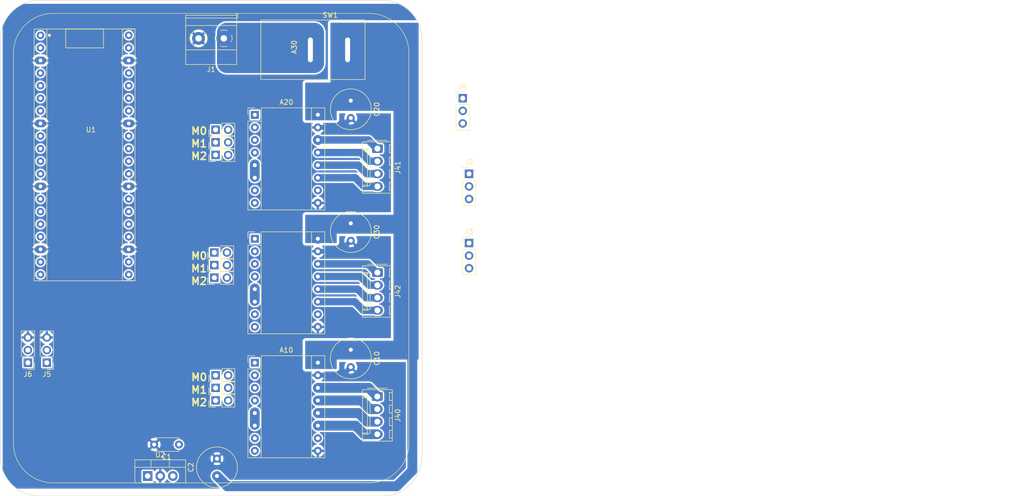
<source format=kicad_pcb>
(kicad_pcb (version 20221018) (generator pcbnew)
  (layers (0 "F.Cu" jumper) (31 "B.Cu" mixed) (34 "B.Paste" user) (35 "F.Paste" user) (36 "B.SilkS" user "B.Silkscreen") (37 "F.SilkS" user "F.Silkscreen") (38 "B.Mask" user) (39 "F.Mask" user) (44 "Edge.Cuts" user))
  (net 0 "")
  (net 2 "/A10_M0")
  (net 3 "/A10_M1")
  (net 4 "/A10_M2")
  (net 5 "/Step_A2")
  (net 6 "/Dir_A2")
  (net 7 "GND")
  (net 8 "/S1_A2")
  (net 9 "/S1_A1")
  (net 10 "/S1_B1")
  (net 11 "/S1_B2")
  (net 12 "+24V")
  (net 14 "/A20_M0")
  (net 15 "/A20_M1")
  (net 16 "/Step_A3")
  (net 17 "/Dir_A3")
  (net 18 "/A20_M2")
  (net 20 "/S2_A2")
  (net 21 "/S2_A1")
  (net 22 "/S2_B1")
  (net 23 "+5V")
  (net 24 "Net-(J1-Pin_1)")
  (net 28 "/GP0")
  (net 29 "/GP1")
  (net 30 "/GP2")
  (net 31 "/GP3")
  (net 32 "/GP4")
  (net 33 "/GP5")
  (net 34 "/GP6")
  (net 35 "/GP7")
  (net 36 "/GP8")
  (net 37 "/GP9")
  (net 38 "/GP10")
  (net 39 "/GP11")
  (net 40 "/GP12")
  (net 41 "/GP13")
  (net 42 "/GP14")
  (net 43 "/GP15")
  (net 44 "/GP18")
  (net 45 "/GP17")
  (net 46 "/GP19")
  (net 47 "/GP20")
  (net 48 "/GP21")
  (net 49 "/GP22")
  (net 50 "/ADC0")
  (net 51 "/ADC1")
  (net 52 "/ADC2")
  (net 53 "/ADC_REF")
  (net 54 "/S2_B2")
  (net 56 "/Step_A1")
  (net 57 "/Dir_A1")
  (net 58 "/A30_M0")
  (net 59 "/A30_M1")
  (net 60 "/A30_M2")
  (net 61 "/S3_A2")
  (net 62 "/S3_A1")
  (net 63 "/S3_B1")
  (net 64 "/S3_B2")
  (net 65 "/Fault_1")
  (net 66 "/Fault_2")
  (net 67 "/Fault_3")
  (net 68 "/Servo_1")
  (net 69 "/Servo_2")
  (footprint "Package_TO_SOT_THT:TO-220-3_Vertical" (layer "F.Cu") (at 139.7 140.97)
    (fp_text reference "U2" (at 2.54 -4.27) (layer "F.SilkS"))
    (fp_text value "LM7805_TO220")
    (pad "1" thru_hole rect (at 0 0) (size 1.905 2) (drill 1.1) (layers "*.Cu" "*.Mask") (net 12 "+24V"))
    (pad "2" thru_hole oval (at 2.54 0) (size 1.905 2) (drill 1.1) (layers "*.Cu" "*.Mask") (net 7 "GND"))
    (pad "3" thru_hole oval (at 5.08 0) (size 1.905 2) (drill 1.1) (layers "*.Cu" "*.Mask") (net 23 "+5V"))
  )
  (footprint "Connector_PinHeader_2.54mm:PinHeader_1x03_P2.54mm_Vertical" (layer "F.Cu") (at 115.57 118.11 180)
    (fp_text reference "J6" (at 0 -2.33) (layer "F.SilkS"))
    (fp_text value "Arm_2")
    (pad "1" thru_hole rect (at 0 0 180) (size 1.7 1.7) (drill 1) (layers "*.Cu" "*.Mask") (net 23 "+5V"))
    (pad "2" thru_hole oval (at 0 2.54 180) (size 1.7 1.7) (drill 1) (layers "*.Cu" "*.Mask") (net 50 "/ADC0"))
    (pad "3" thru_hole oval (at 0 5.08 180) (size 1.7 1.7) (drill 1) (layers "*.Cu" "*.Mask") (net 7 "GND"))
  )
  (footprint "Connector_PinHeader_2.54mm:PinHeader_1x02_P2.54mm_Vertical" (layer "F.Cu") (at 153.145 98.425 90)
    (fp_text reference "J31" hide)
    (fp_text value "M1_A3" hide)
    (pad "1" thru_hole rect (at 0 0 90) (size 1.7 1.7) (drill 1) (layers "*.Cu" "*.Mask") (net 23 "+5V"))
    (pad "2" thru_hole oval (at 0 2.54 90) (size 1.7 1.7) (drill 1) (layers "*.Cu" "*.Mask") (net 59 "/A30_M1"))
  )
  (footprint "Connector_PinHeader_2.54mm:PinHeader_1x02_P2.54mm_Vertical" (layer "F.Cu") (at 153.39 123.19 90)
    (fp_text reference "J11" hide)
    (fp_text value "M1_A1" hide)
    (pad "1" thru_hole rect (at 0 0 90) (size 1.7 1.7) (drill 1) (layers "*.Cu" "*.Mask") (net 23 "+5V"))
    (pad "2" thru_hole oval (at 0 2.54 90) (size 1.7 1.7) (drill 1) (layers "*.Cu" "*.Mask") (net 3 "/A10_M1"))
  )
  (footprint "Connector_Molex:Molex_KK-254_AE-6410-04A_1x04_P2.54mm_Vertical" (layer "F.Cu") (at 186 99.93 -90)
    (fp_text reference "J42" (at 3.81 -4.12 -90) (layer "F.SilkS"))
    (fp_text value "S3_conn")
    (pad "1" thru_hole roundrect (at 0 0 270) (size 1.74 2.19) (drill 1.19) (layers "*.Cu" "*.Mask") (roundrect_rratio 0.143678) (net 64 "/S3_B2"))
    (pad "2" thru_hole oval (at 2.54 0 270) (size 1.74 2.19) (drill 1.19) (layers "*.Cu" "*.Mask") (net 63 "/S3_B1"))
    (pad "3" thru_hole oval (at 5.08 0 270) (size 1.74 2.19) (drill 1.19) (layers "*.Cu" "*.Mask") (net 62 "/S3_A1"))
    (pad "4" thru_hole oval (at 7.62 0 270) (size 1.74 2.19) (drill 1.19) (layers "*.Cu" "*.Mask") (net 61 "/S3_A2"))
  )
  (footprint "Connector_PinHeader_2.54mm:PinHeader_1x03_P2.54mm_Vertical" (layer "F.Cu") (at 204.47 80.01)
    (fp_text reference "J2" (at 0 -2.33) (layer "F.SilkS"))
    (fp_text value "Servo_1")
    (pad "1" thru_hole rect (at 0 0) (size 1.7 1.7) (drill 1) (layers "*.Cu" "*.Mask") (net 23 "+5V"))
    (pad "2" thru_hole oval (at 0 2.54) (size 1.7 1.7) (drill 1) (layers "*.Cu" "*.Mask") (net 68 "/Servo_1"))
    (pad "3" thru_hole oval (at 0 5.08) (size 1.7 1.7) (drill 1) (layers "*.Cu" "*.Mask") (net 7 "GND"))
  )
  (footprint "Module:Pololu_Breakout-16_15.2x20.3mm" (layer "F.Cu") (at 161.3 93.11)
    (fp_text reference "A30" (at 7.93 -38.66 90) (layer "F.SilkS"))
    (fp_text value "Breakout_DRV8825")
    (pad "1" thru_hole rect (at 0 0) (size 1.6 1.6) (drill 0.8) (layers "*.Cu" "*.Mask"))
    (pad "2" thru_hole oval (at 0 2.54) (size 1.6 1.6) (drill 0.8) (layers "*.Cu" "*.Mask") (net 58 "/A30_M0"))
    (pad "3" thru_hole oval (at 0 5.08) (size 1.6 1.6) (drill 0.8) (layers "*.Cu" "*.Mask") (net 59 "/A30_M1"))
    (pad "4" thru_hole oval (at 0 7.62) (size 1.6 1.6) (drill 0.8) (layers "*.Cu" "*.Mask") (net 60 "/A30_M2"))
    (pad "5" thru_hole oval (at 0 10.16) (size 1.6 1.6) (drill 0.8) (layers "*.Cu" "*.Mask") (net 23 "+5V"))
    (pad "6" thru_hole oval (at 0 12.7) (size 1.6 1.6) (drill 0.8) (layers "*.Cu" "*.Mask") (net 23 "+5V"))
    (pad "7" thru_hole oval (at 0 15.24) (size 1.6 1.6) (drill 0.8) (layers "*.Cu" "*.Mask") (net 16 "/Step_A3"))
    (pad "8" thru_hole oval (at 0 17.78) (size 1.6 1.6) (drill 0.8) (layers "*.Cu" "*.Mask") (net 17 "/Dir_A3"))
    (pad "9" thru_hole oval (at 12.7 17.78) (size 1.6 1.6) (drill 0.8) (layers "*.Cu" "*.Mask") (net 7 "GND"))
    (pad "10" thru_hole oval (at 12.7 15.24) (size 1.6 1.6) (drill 0.8) (layers "*.Cu" "*.Mask") (net 67 "/Fault_3"))
    (pad "11" thru_hole oval (at 12.7 12.7) (size 1.6 1.6) (drill 0.8) (layers "*.Cu" "*.Mask") (net 61 "/S3_A2"))
    (pad "12" thru_hole oval (at 12.7 10.16) (size 1.6 1.6) (drill 0.8) (layers "*.Cu" "*.Mask") (net 62 "/S3_A1"))
    (pad "13" thru_hole oval (at 12.7 7.62) (size 1.6 1.6) (drill 0.8) (layers "*.Cu" "*.Mask") (net 63 "/S3_B1"))
    (pad "14" thru_hole oval (at 12.7 5.08) (size 1.6 1.6) (drill 0.8) (layers "*.Cu" "*.Mask") (net 64 "/S3_B2"))
    (pad "15" thru_hole oval (at 12.7 2.54) (size 1.6 1.6) (drill 0.8) (layers "*.Cu" "*.Mask") (net 7 "GND"))
    (pad "16" thru_hole oval (at 12.7 0) (size 1.6 1.6) (drill 0.8) (layers "*.Cu" "*.Mask") (net 12 "+24V"))
  )
  (footprint "Connector_Molex:Molex_KK-254_AE-6410-04A_1x04_P2.54mm_Vertical" (layer "F.Cu") (at 186 74.93 -90)
    (fp_text reference "J41" (at 3.81 -4.12 -90) (layer "F.SilkS"))
    (fp_text value "S2_conn")
    (pad "1" thru_hole roundrect (at 0 0 270) (size 1.74 2.19) (drill 1.19) (layers "*.Cu" "*.Mask") (roundrect_rratio 0.143678) (net 54 "/S2_B2"))
    (pad "2" thru_hole oval (at 2.54 0 270) (size 1.74 2.19) (drill 1.19) (layers "*.Cu" "*.Mask") (net 22 "/S2_B1"))
    (pad "3" thru_hole oval (at 5.08 0 270) (size 1.74 2.19) (drill 1.19) (layers "*.Cu" "*.Mask") (net 21 "/S2_A1"))
    (pad "4" thru_hole oval (at 7.62 0 270) (size 1.74 2.19) (drill 1.19) (layers "*.Cu" "*.Mask") (net 20 "/S2_A2"))
  )
  (footprint "Connector_PinHeader_2.54mm:PinHeader_1x02_P2.54mm_Vertical" (layer "F.Cu") (at 153.39 71.12 90)
    (fp_text reference "J20" hide)
    (fp_text value "M0_A2" hide)
    (pad "1" thru_hole rect (at 0 0 90) (size 1.7 1.7) (drill 1) (layers "*.Cu" "*.Mask") (net 23 "+5V"))
    (pad "2" thru_hole oval (at 0 2.54 90) (size 1.7 1.7) (drill 1) (layers "*.Cu" "*.Mask") (net 14 "/A20_M0"))
  )
  (footprint "Connector_PinHeader_2.54mm:PinHeader_1x03_P2.54mm_Vertical" (layer "F.Cu") (at 119.38 118.11 180)
    (fp_text reference "J5" (at 0 -2.33) (layer "F.SilkS"))
    (fp_text value "Arm_1")
    (pad "1" thru_hole rect (at 0 0 180) (size 1.7 1.7) (drill 1) (layers "*.Cu" "*.Mask") (net 23 "+5V"))
    (pad "2" thru_hole oval (at 0 2.54 180) (size 1.7 1.7) (drill 1) (layers "*.Cu" "*.Mask") (net 51 "/ADC1"))
    (pad "3" thru_hole oval (at 0 5.08 180) (size 1.7 1.7) (drill 1) (layers "*.Cu" "*.Mask") (net 7 "GND"))
  )
  (footprint "Connector_PinHeader_2.54mm:PinHeader_1x02_P2.54mm_Vertical" (layer "F.Cu") (at 153.145 100.965 90)
    (fp_text reference "J32" hide)
    (fp_text value "M2_A3" hide)
    (pad "1" thru_hole rect (at 0 0 90) (size 1.7 1.7) (drill 1) (layers "*.Cu" "*.Mask") (net 23 "+5V"))
    (pad "2" thru_hole oval (at 0 2.54 90) (size 1.7 1.7) (drill 1) (layers "*.Cu" "*.Mask") (net 60 "/A30_M2"))
  )
  (footprint "Connector_PinHeader_2.54mm:PinHeader_1x02_P2.54mm_Vertical" (layer "F.Cu") (at 153.39 120.65 90)
    (fp_text reference "J10" hide)
    (fp_text value "M0_A1" hide)
    (pad "1" thru_hole rect (at 0 0 90) (size 1.7 1.7) (drill 1) (layers "*.Cu" "*.Mask") (net 23 "+5V"))
    (pad "2" thru_hole oval (at 0 2.54 90) (size 1.7 1.7) (drill 1) (layers "*.Cu" "*.Mask") (net 2 "/A10_M0"))
  )
  (footprint "TerminalBlock_Phoenix:TerminalBlock_Phoenix_MKDS-1,5-2-5.08_1x02_P5.08mm_Horizontal" (layer "F.Cu") (at 155.045 52.695 180)
    (fp_text reference "J1" (at 2.54 -6.26) (layer "F.SilkS"))
    (fp_text value "Screw_Terminal")
    (pad "1" thru_hole rect locked (at 0 0 180) (size 2.6 2.6) (drill 1.3) (layers "*.Cu" "*.Mask") (net 24 "Net-(J1-Pin_1)"))
    (pad "2" thru_hole circle locked (at 5.08 0 180) (size 2.6 2.6) (drill 1.3) (layers "*.Cu" "*.Mask") (net 7 "GND"))
  )
  (footprint "Module:Pololu_Breakout-16_15.2x20.3mm" (layer "F.Cu") (at 161.3 118.11)
    (fp_text reference "A10" (at 6.35 -2.54) (layer "F.SilkS"))
    (fp_text value "Breakout_DRV8825")
    (pad "1" thru_hole rect (at 0 0) (size 1.6 1.6) (drill 0.8) (layers "*.Cu" "*.Mask"))
    (pad "2" thru_hole oval (at 0 2.54) (size 1.6 1.6) (drill 0.8) (layers "*.Cu" "*.Mask") (net 2 "/A10_M0"))
    (pad "3" thru_hole oval (at 0 5.08) (size 1.6 1.6) (drill 0.8) (layers "*.Cu" "*.Mask") (net 3 "/A10_M1"))
    (pad "4" thru_hole oval (at 0 7.62) (size 1.6 1.6) (drill 0.8) (layers "*.Cu" "*.Mask") (net 4 "/A10_M2"))
    (pad "5" thru_hole oval (at 0 10.16) (size 1.6 1.6) (drill 0.8) (layers "*.Cu" "*.Mask") (net 23 "+5V"))
    (pad "6" thru_hole oval (at 0 12.7) (size 1.6 1.6) (drill 0.8) (layers "*.Cu" "*.Mask") (net 23 "+5V"))
    (pad "7" thru_hole oval (at 0 15.24) (size 1.6 1.6) (drill 0.8) (layers "*.Cu" "*.Mask") (net 56 "/Step_A1"))
    (pad "8" thru_hole oval (at 0 17.78) (size 1.6 1.6) (drill 0.8) (layers "*.Cu" "*.Mask") (net 57 "/Dir_A1"))
    (pad "9" thru_hole oval (at 12.7 17.78) (size 1.6 1.6) (drill 0.8) (layers "*.Cu" "*.Mask") (net 7 "GND"))
    (pad "10" thru_hole oval (at 12.7 15.24) (size 1.6 1.6) (drill 0.8) (layers "*.Cu" "*.Mask") (net 65 "/Fault_1"))
    (pad "11" thru_hole oval (at 12.7 12.7) (size 1.6 1.6) (drill 0.8) (layers "*.Cu" "*.Mask") (net 8 "/S1_A2"))
    (pad "12" thru_hole oval (at 12.7 10.16) (size 1.6 1.6) (drill 0.8) (layers "*.Cu" "*.Mask") (net 9 "/S1_A1"))
    (pad "13" thru_hole oval (at 12.7 7.62) (size 1.6 1.6) (drill 0.8) (layers "*.Cu" "*.Mask") (net 10 "/S1_B1"))
    (pad "14" thru_hole oval (at 12.7 5.08) (size 1.6 1.6) (drill 0.8) (layers "*.Cu" "*.Mask") (net 11 "/S1_B2"))
    (pad "15" thru_hole oval (at 12.7 2.54) (size 1.6 1.6) (drill 0.8) (layers "*.Cu" "*.Mask") (net 7 "GND"))
    (pad "16" thru_hole oval (at 12.7 0) (size 1.6 1.6) (drill 0.8) (layers "*.Cu" "*.Mask") (net 12 "+24V"))
  )
  (footprint "Connector_PinHeader_2.54mm:PinHeader_1x02_P2.54mm_Vertical" (layer "F.Cu") (at 153.39 76.2 90)
    (fp_text reference "J22" hide)
    (fp_text value "M2_A2" hide)
    (pad "1" thru_hole rect (at 0 0 90) (size 1.7 1.7) (drill 1) (layers "*.Cu" "*.Mask") (net 23 "+5V"))
    (pad "2" thru_hole oval (at 0 2.54 90) (size 1.7 1.7) (drill 1) (layers "*.Cu" "*.Mask") (net 18 "/A20_M2"))
  )
  (footprint "Connector_PinHeader_2.54mm:PinHeader_1x02_P2.54mm_Vertical" (layer "F.Cu") (at 153.145 95.885 90)
    (fp_text reference "J30" hide)
    (fp_text value "M0_A3" hide)
    (pad "1" thru_hole rect (at 0 0 90) (size 1.7 1.7) (drill 1) (layers "*.Cu" "*.Mask") (net 23 "+5V"))
    (pad "2" thru_hole oval (at 0 2.54 90) (size 1.7 1.7) (drill 1) (layers "*.Cu" "*.Mask") (net 58 "/A30_M0"))
  )
  (footprint "Module:Pololu_Breakout-16_15.2x20.3mm" (layer "F.Cu") (at 161.3 68.11)
    (fp_text reference "A20" (at 6.35 -2.54) (layer "F.SilkS"))
    (fp_text value "Breakout_DRV8825")
    (pad "1" thru_hole rect (at 0 0) (size 1.6 1.6) (drill 0.8) (layers "*.Cu" "*.Mask"))
    (pad "2" thru_hole oval (at 0 2.54) (size 1.6 1.6) (drill 0.8) (layers "*.Cu" "*.Mask") (net 14 "/A20_M0"))
    (pad "3" thru_hole oval (at 0 5.08) (size 1.6 1.6) (drill 0.8) (layers "*.Cu" "*.Mask") (net 15 "/A20_M1"))
    (pad "4" thru_hole oval (at 0 7.62) (size 1.6 1.6) (drill 0.8) (layers "*.Cu" "*.Mask") (net 18 "/A20_M2"))
    (pad "5" thru_hole oval (at 0 10.16) (size 1.6 1.6) (drill 0.8) (layers "*.Cu" "*.Mask") (net 23 "+5V"))
    (pad "6" thru_hole oval (at 0 12.7) (size 1.6 1.6) (drill 0.8) (layers "*.Cu" "*.Mask") (net 23 "+5V"))
    (pad "7" thru_hole oval (at 0 15.24) (size 1.6 1.6) (drill 0.8) (layers "*.Cu" "*.Mask") (net 5 "/Step_A2"))
    (pad "8" thru_hole oval (at 0 17.78) (size 1.6 1.6) (drill 0.8) (layers "*.Cu" "*.Mask") (net 6 "/Dir_A2"))
    (pad "9" thru_hole oval (at 12.7 17.78) (size 1.6 1.6) (drill 0.8) (layers "*.Cu" "*.Mask") (net 7 "GND"))
    (pad "10" thru_hole oval (at 12.7 15.24) (size 1.6 1.6) (drill 0.8) (layers "*.Cu" "*.Mask") (net 66 "/Fault_2"))
    (pad "11" thru_hole oval (at 12.7 12.7) (size 1.6 1.6) (drill 0.8) (layers "*.Cu" "*.Mask") (net 20 "/S2_A2"))
    (pad "12" thru_hole oval (at 12.7 10.16) (size 1.6 1.6) (drill 0.8) (layers "*.Cu" "*.Mask") (net 21 "/S2_A1"))
    (pad "13" thru_hole oval (at 12.7 7.62) (size 1.6 1.6) (drill 0.8) (layers "*.Cu" "*.Mask") (net 22 "/S2_B1"))
    (pad "14" thru_hole oval (at 12.7 5.08) (size 1.6 1.6) (drill 0.8) (layers "*.Cu" "*.Mask") (net 54 "/S2_B2"))
    (pad "15" thru_hole oval (at 12.7 2.54) (size 1.6 1.6) (drill 0.8) (layers "*.Cu" "*.Mask") (net 7 "GND"))
    (pad "16" thru_hole oval (at 12.7 0) (size 1.6 1.6) (drill 0.8) (layers "*.Cu" "*.Mask") (net 12 "+24V"))
  )
  (footprint "Capacitor_THT:C_Radial_D8.0mm_H11.5mm_P3.50mm" (layer "F.Cu") (at 180.64 115.5 -90)
    (fp_text reference "C10" (at 1.75 -5.25 90) (layer "F.SilkS"))
    (fp_text value "C_Polarized")
    (pad "1" thru_hole circle (at 0 0 270) (size 1.6 1.6) (drill 0.8) (layers "*.Cu" "*.Mask") (net 12 "+24V"))
    (pad "2" thru_hole circle (at 3.5 0 270) (size 1.6 1.6) (drill 0.8) (layers "*.Cu" "*.Mask") (net 7 "GND"))
  )
  (footprint "sche:Raspberry_pico_w" (layer "F.Cu") (at 118.11 100.33)
    (fp_text reference "U1" (at 10.16 -29.21 unlocked) (layer "F.SilkS"))
    (fp_text value "Raspberry PICO W")
    (pad "1" thru_hole circle (at 0 -48.26) (size 1.524 1.524) (drill 0.762) (layers "*.Cu" "*.Mask") (net 28 "/GP0"))
    (pad "2" thru_hole circle (at 0 -45.72) (size 1.524 1.524) (drill 0.762) (layers "*.Cu" "*.Mask") (net 29 "/GP1"))
    (pad "3" thru_hole oval (at 0 -43.18) (size 2.286 1.524) (drill 0.762) (layers "*.Cu" "*.Mask") (net 7 "GND"))
    (pad "4" thru_hole circle (at 0 -40.64) (size 1.524 1.524) (drill 0.762) (layers "*.Cu" "*.Mask") (net 30 "/GP2"))
    (pad "5" thru_hole circle (at 0 -38.1) (size 1.524 1.524) (drill 0.762) (layers "*.Cu" "*.Mask") (net 31 "/GP3"))
    (pad "6" thru_hole circle (at 0 -35.56) (size 1.524 1.524) (drill 0.762) (layers "*.Cu" "*.Mask") (net 32 "/GP4"))
    (pad "7" thru_hole circle (at 0 -33.02) (size 1.524 1.524) (drill 0.762) (layers "*.Cu" "*.Mask") (net 33 "/GP5"))
    (pad "8" thru_hole oval (at 0 -30.48) (size 2.286 1.524) (drill 0.762) (layers "*.Cu" "*.Mask") (net 7 "GND"))
    (pad "9" thru_hole circle (at 0 -27.94) (size 1.524 1.524) (drill 0.762) (layers "*.Cu" "*.Mask") (net 34 "/GP6"))
    (pad "10" thru_hole circle (at 0 -25.4) (size 1.524 1.524) (drill 0.762) (layers "*.Cu" "*.Mask") (net 35 "/GP7"))
    (pad "11" thru_hole circle (at 0 -22.86) (size 1.524 1.524) (drill 0.762) (layers "*.Cu" "*.Mask") (net 36 "/GP8"))
    (pad "12" thru_hole circle (at 0 -20.32) (size 1.524 1.524) (drill 0.762) (layers "*.Cu" "*.Mask") (net 37 "/GP9"))
    (pad "13" thru_hole oval (at 0 -17.78) (size 2.286 1.524) (drill 0.762) (layers "*.Cu" "*.Mask") (net 7 "GND"))
    (pad "14" thru_hole circle (at 0 -15.24) (size 1.524 1.524) (drill 0.762) (layers "*.Cu" "*.Mask") (net 38 "/GP10"))
    (pad "15" thru_hole circle (at 0 -12.7) (size 1.524 1.524) (drill 0.762) (layers "*.Cu" "*.Mask") (net 39 "/GP11"))
    (pad "16" thru_hole circle (at 0 -10.16) (size 1.524 1.524) (drill 0.762) (layers "*.Cu" "*.Mask") (net 40 "/GP12"))
    (pad "17" thru_hole circle (at 0 -7.62) (size 1.524 1.524) (drill 0.762) (layers "*.Cu" "*.Mask") (net 41 "/GP13"))
    (pad "18" thru_hole oval (at 0 -5.08) (size 2.286 1.524) (drill 0.762) (layers "*.Cu" "*.Mask") (net 7 "GND"))
    (pad "19" thru_hole circle (at 0 -2.54) (size 1.524 1.524) (drill 0.762) (layers "*.Cu" "*.Mask") (net 42 "/GP14"))
    (pad "20" thru_hole circle (at 0 0) (size 1.524 1.524) (drill 0.762) (layers "*.Cu" "*.Mask") (net 43 "/GP15"))
    (pad "21" thru_hole circle (at 17.78 0 180) (size 1.524 1.524) (drill 0.762) (layers "*.Cu" "*.Mask") (net 44 "/GP18"))
    (pad "22" thru_hole circle (at 17.78 -2.54 180) (size 1.524 1.524) (drill 0.762) (layers "*.Cu" "*.Mask") (net 45 "/GP17"))
    (pad "23" thru_hole oval (at 17.78 -5.08 180) (size 2.286 1.524) (drill 0.762) (layers "*.Cu" "*.Mask") (net 7 "GND"))
    (pad "24" thru_hole circle (at 17.78 -7.62 180) (size 1.524 1.524) (drill 0.762) (layers "*.Cu" "*.Mask") (net 44 "/GP18"))
    (pad "25" thru_hole circle (at 17.78 -10.16 180) (size 1.524 1.524) (drill 0.762) (layers "*.Cu" "*.Mask") (net 46 "/GP19"))
    (pad "26" thru_hole circle (at 17.78 -12.7 180) (size 1.524 1.524) (drill 0.762) (layers "*.Cu" "*.Mask") (net 47 "/GP20"))
    (pad "27" thru_hole circle (at 17.78 -15.24 180) (size 1.524 1.524) (drill 0.762) (layers "*.Cu" "*.Mask") (net 48 "/GP21"))
    (pad "28" thru_hole oval (at 17.78 -17.78 180) (size 2.286 1.524) (drill 0.762) (layers "*.Cu" "*.Mask") (net 7 "GND"))
    (pad "29" thru_hole circle (at 17.78 -20.32 180) (size 1.524 1.524) (drill 0.762) (layers "*.Cu" "*.Mask") (net 49 "/GP22"))
    (pad "30" thru_hole circle (at 17.78 -22.86 180) (size 1.524 1.524) (drill 0.762) (layers "*.Cu" "*.Mask"))
    (pad "31" thru_hole circle (at 17.78 -25.4 180) (size 1.524 1.524) (drill 0.762) (layers "*.Cu" "*.Mask") (net 50 "/ADC0"))
    (pad "32" thru_hole circle (at 17.78 -27.94 180) (size 1.524 1.524) (drill 0.762) (layers "*.Cu" "*.Mask") (net 51 "/ADC1"))
    (pad "33" thru_hole oval (at 17.78 -30.48 180) (size 2.286 1.524) (drill 0.762) (layers "*.Cu" "*.Mask") (net 7 "GND"))
    (pad "34" thru_hole circle (at 17.78 -33.02 180) (size 1.524 1.524) (drill 0.762) (layers "*.Cu" "*.Mask") (net 52 "/ADC2"))
    (pad "35" thru_hole circle (at 17.78 -35.56 180) (size 1.524 1.524) (drill 0.762) (layers "*.Cu" "*.Mask") (net 53 "/ADC_REF"))
    (pad "36" thru_hole circle (at 17.78 -38.1 180) (size 1.524 1.524) (drill 0.762) (layers "*.Cu" "*.Mask"))
    (pad "37" thru_hole circle (at 17.78 -40.64 180) (size 1.524 1.524) (drill 0.762) (layers "*.Cu" "*.Mask"))
    (pad "38" thru_hole oval (at 17.78 -43.18 180) (size 2.286 1.524) (drill 0.762) (layers "*.Cu" "*.Mask") (net 7 "GND"))
    (pad "39" thru_hole circle (at 17.78 -45.72 180) (size 1.524 1.524) (drill 0.762) (layers "*.Cu" "*.Mask"))
    (pad "40" thru_hole circle (at 17.78 -48.26 180) (size 1.524 1.524) (drill 0.762) (layers "*.Cu" "*.Mask") (net 23 "+5V"))
  )
  (footprint "Connector_Molex:Molex_KK-254_AE-6410-04A_1x04_P2.54mm_Vertical" (layer "F.Cu") (at 185.98 124.93 -90)
    (fp_text reference "J40" (at 3.81 -4.12 -90) (layer "F.SilkS"))
    (fp_text value "S1_conn")
    (pad "1" thru_hole roundrect (at 0 0 270) (size 1.74 2.19) (drill 1.19) (layers "*.Cu" "*.Mask") (roundrect_rratio 0.143678) (net 11 "/S1_B2"))
    (pad "2" thru_hole oval (at 2.54 0 270) (size 1.74 2.19) (drill 1.19) (layers "*.Cu" "*.Mask") (net 10 "/S1_B1"))
    (pad "3" thru_hole oval (at 5.08 0 270) (size 1.74 2.19) (drill 1.19) (layers "*.Cu" "*.Mask") (net 9 "/S1_A1"))
    (pad "4" thru_hole oval (at 7.62 0 270) (size 1.74 2.19) (drill 1.19) (layers "*.Cu" "*.Mask") (net 8 "/S1_A2"))
  )
  (footprint "Capacitor_THT:C_Disc_D4.7mm_W2.5mm_P5.00mm" (layer "F.Cu") (at 146.01 134.62 180)
    (fp_text reference "C1" (at 2.5 -2.5) (layer "F.SilkS"))
    (fp_text value "C")
    (pad "1" thru_hole circle (at 0 0 180) (size 1.6 1.6) (drill 0.8) (layers "*.Cu" "*.Mask") (net 23 "+5V"))
    (pad "2" thru_hole circle (at 5 0 180) (size 1.6 1.6) (drill 0.8) (layers "*.Cu" "*.Mask") (net 7 "GND"))
  )
  (footprint "Connector_PinHeader_2.54mm:PinHeader_1x03_P2.54mm_Vertical" (layer "F.Cu") (at 204.47 93.98)
    (fp_text reference "J3" (at 0 -2.33) (layer "F.SilkS"))
    (fp_text value "Servo_2")
    (pad "1" thru_hole rect (at 0 0) (size 1.7 1.7) (drill 1) (layers "*.Cu" "*.Mask") (net 23 "+5V"))
    (pad "2" thru_hole oval (at 0 2.54) (size 1.7 1.7) (drill 1) (layers "*.Cu" "*.Mask") (net 69 "/Servo_2"))
    (pad "3" thru_hole oval (at 0 5.08) (size 1.7 1.7) (drill 1) (layers "*.Cu" "*.Mask") (net 7 "GND"))
  )
  (footprint "Connector_PinHeader_2.54mm:PinHeader_1x02_P2.54mm_Vertical" (layer "F.Cu") (at 153.39 73.66 90)
    (fp_text reference "J21" hide)
    (fp_text value "M1_A2" hide)
    (pad "1" thru_hole rect (at 0 0 90) (size 1.7 1.7) (drill 1) (layers "*.Cu" "*.Mask") (net 23 "+5V"))
    (pad "2" thru_hole oval (at 0 2.54 90) (size 1.7 1.7) (drill 1) (layers "*.Cu" "*.Mask") (net 15 "/A20_M1"))
  )
  (footprint "Capacitor_THT:C_Radial_D8.0mm_H11.5mm_P3.50mm" (layer "F.Cu") (at 180.64 90 -90)
    (fp_text reference "C30" (at 1.75 -5.25 90) (layer "F.SilkS"))
    (fp_text value "C_Polarized")
    (pad "1" thru_hole circle (at 0 0 270) (size 1.6 1.6) (drill 0.8) (layers "*.Cu" "*.Mask") (net 12 "+24V"))
    (pad "2" thru_hole circle (at 3.5 0 270) (size 1.6 1.6) (drill 0.8) (layers "*.Cu" "*.Mask") (net 7 "GND"))
  )
  (footprint "sche:DPDT_SW" (layer "F.Cu") (at 172.5 55)
    (fp_text reference "SW1" (at 4 -7 unlocked) (layer "F.SilkS"))
    (fp_text value "SW_SPST")
    (pad "1" thru_hole roundrect (at 0 0) (size 4 7) (drill oval 1 5) (layers "*.Cu" "*.Mask") (net 24 "Net-(J1-Pin_1)"))
    (pad "2" thru_hole roundrect (at 7.5 0) (size 4 7) (drill oval 1 5) (layers "*.Cu" "*.Mask") (net 12 "+24V"))
  )
  (footprint "Capacitor_THT:C_Radial_D8.0mm_H11.5mm_P3.50mm" (layer "F.Cu") (at 153.67 140.97 90)
    (fp_text reference "C2" (at 1.75 -5.25 90) (layer "F.SilkS"))
    (fp_text value "C_Polarized")
    (pad "1" thru_hole circle (at 0 0 90) (size 1.6 1.6) (drill 0.8) (layers "*.Cu" "*.Mask") (net 12 "+24V"))
    (pad "2" thru_hole circle (at 3.5 0 90) (size 1.6 1.6) (drill 0.8) (layers "*.Cu" "*.Mask") (net 7 "GND"))
  )
  (footprint "Connector_PinHeader_2.54mm:PinHeader_1x03_P2.54mm_Vertical" (layer "F.Cu") (at 203.2 64.77)
    (fp_text reference "J4" (at 0 -2.33) (layer "F.SilkS"))
    (fp_text value "Base_Z")
    (pad "1" thru_hole rect (at 0 0) (size 1.7 1.7) (drill 1) (layers "*.Cu" "*.Mask") (net 23 "+5V"))
    (pad "2" thru_hole oval (at 0 2.54) (size 1.7 1.7) (drill 1) (layers "*.Cu" "*.Mask") (net 52 "/ADC2"))
    (pad "3" thru_hole oval (at 0 5.08) (size 1.7 1.7) (drill 1) (layers "*.Cu" "*.Mask") (net 7 "GND"))
  )
  (footprint "Connector_PinHeader_2.54mm:PinHeader_1x02_P2.54mm_Vertical" (layer "F.Cu") (at 153.39 125.73 90)
    (fp_text reference "J12" hide)
    (fp_text value "M2_A1" hide)
    (pad "1" thru_hole rect (at 0 0 90) (size 1.7 1.7) (drill 1) (layers "*.Cu" "*.Mask") (net 23 "+5V"))
    (pad "2" thru_hole oval (at 0 2.54 90) (size 1.7 1.7) (drill 1) (layers "*.Cu" "*.Mask") (net 4 "/A10_M2"))
  )
  (footprint "Capacitor_THT:C_Radial_D8.0mm_H11.5mm_P3.50mm" (layer "F.Cu") (at 180.64 65.25 -90)
    (fp_text reference "C20" (at 1.75 -5.25 90) (layer "F.SilkS"))
    (fp_text value "C_Polarized")
    (pad "1" thru_hole circle (at 0 0 270) (size 1.6 1.6) (drill 0.8) (layers "*.Cu" "*.Mask") (net 12 "+24V"))
    (pad "2" thru_hole circle (at 3.5 0 270) (size 1.6 1.6) (drill 0.8) (layers "*.Cu" "*.Mask") (net 7 "GND"))
  )
  (gr_line locked (start 184.343146 142.343146) (end 120.656854 142.343146) (stroke (width 0.1)) (layer "F.SilkS"))
  (gr_arc locked (start 120.656854 142.343146) (mid 115 140) (end 112.656854 134.343146) (stroke (width 0.1)) (layer "F.SilkS"))
  (gr_line locked (start 112.656854 134.343146) (end 112.656854 55.656854) (stroke (width 0.1)) (layer "F.SilkS"))
  (gr_arc locked (start 192.343146 134.343146) (mid 190 140) (end 184.343146 142.343146) (stroke (width 0.1)) (layer "F.SilkS"))
  (gr_line locked (start 120.656854 47.656854) (end 184.343145 47.656855) (stroke (width 0.1)) (layer "F.SilkS"))
  (gr_arc locked (start 112.656854 55.656854) (mid 115 50) (end 120.656854 47.656854) (stroke (width 0.1)) (layer "F.SilkS"))
  (gr_line locked (start 192.343145 55.656855) (end 192.343146 134.343146) (stroke (width 0.1)) (layer "F.SilkS"))
  (gr_arc locked (start 184.343145 47.656855) (mid 190 50) (end 192.343145 55.656855) (stroke (width 0.1)) (layer "F.SilkS"))
  (gr_line locked (start 110 53) (end 110 137) (stroke (width 0.1)) (layer "Edge.Cuts"))
  (gr_line locked (start 118 45) (end 187 45) (stroke (width 0.1)) (layer "Edge.Cuts"))
  (gr_arc locked (start 118 145) (mid 112.343145 142.656855) (end 110 137) (stroke (width 0.1)) (layer "Edge.Cuts"))
  (gr_arc locked (start 187 45) (mid 192.656855 47.343145) (end 195 53) (stroke (width 0.1)) (layer "Edge.Cuts"))
  (gr_line locked (start 118 145) (end 187 145) (stroke (width 0.1)) (layer "Edge.Cuts"))
  (gr_arc locked (start 195 137) (mid 192.656855 142.656855) (end 187 145) (stroke (width 0.1)) (layer "Edge.Cuts"))
  (gr_arc locked (start 110 53) (mid 112.343145 47.343145) (end 118 45) (stroke (width 0.1)) (layer "Edge.Cuts"))
  (gr_line locked (start 195 53) (end 195 137) (stroke (width 0.1)) (layer "Edge.Cuts"))
  (gr_text "M1" (at 148.305 99.985) (layer "F.SilkS") (effects (font (size 1.5 1.5) (thickness 0.3) bold) (justify left bottom)))
  (gr_text "M2" (at 148.305 102.525) (layer "F.SilkS") (effects (font (size 1.5 1.5) (thickness 0.3) bold) (justify left bottom)))
  (gr_text "M0" (at 148.31 121.92) (layer "F.SilkS") (effects (font (size 1.5 1.5) (thickness 0.3) bold) (justify left bottom)))
  (gr_text "M1" (at 148.31 124.46) (layer "F.SilkS") (effects (font (size 1.5 1.5) (thickness 0.3) bold) (justify left bottom)))
  (gr_text "M1" (at 148.31 74.785) (layer "F.SilkS") (effects (font (size 1.5 1.5) (thickness 0.3) bold) (justify left bottom)))
  (gr_text "M2" (at 148.31 127) (layer "F.SilkS") (effects (font (size 1.5 1.5) (thickness 0.3) bold) (justify left bottom)))
  (gr_text "M0" (at 148.31 72.245) (layer "F.SilkS") (effects (font (size 1.5 1.5) (thickness 0.3) bold) (justify left bottom)))
  (gr_text "M0" (at 148.305 97.445) (layer "F.SilkS") (effects (font (size 1.5 1.5) (thickness 0.3) bold) (justify left bottom)))
  (gr_text "M2" (at 148.31 77.325) (layer "F.SilkS") (effects (font (size 1.5 1.5) (thickness 0.3) bold) (justify left bottom)))
  (segment (start 174 95.65) (end 178.49 95.65) (width 1) (layer "B.Cu") (net 7))
  (segment (start 178.74 70.65) (end 174 70.65) (width 1) (layer "B.Cu") (net 7))
  (segment (start 178.49 95.65) (end 180.64 93.5) (width 1) (layer "B.Cu") (net 7))
  (segment (start 178.99 120.65) (end 180.64 119) (width 1) (layer "B.Cu") (net 7))
  (segment (start 180.64 68.75) (end 178.74 70.65) (width 1) (layer "B.Cu") (net 7))
  (segment (start 174 120.65) (end 178.99 120.65) (width 1) (layer "B.Cu") (net 7))
  (segment (start 185.98 132.55) (end 183.35 132.55) (width 2) (layer "B.Cu") (net 8))
  (segment (start 181.61 130.81) (end 174 130.81) (width 2) (layer "B.Cu") (net 8))
  (segment (start 183.35 132.55) (end 181.61 130.81) (width 2) (layer "B.Cu") (net 8))
  (segment (start 182.18127 128.27) (end 174 128.27) (width 2) (layer "B.Cu") (net 9))
  (segment (start 183.92127 130.01) (end 182.18127 128.27) (width 2) (layer "B.Cu") (net 9))
  (segment (start 185.98 130.01) (end 183.92127 130.01) (width 2) (layer "B.Cu") (net 9))
  (segment (start 185.98 127.47) (end 184.49254 127.47) (width 2) (layer "B.Cu") (net 10))
  (segment (start 182.75254 125.73) (end 174 125.73) (width 2) (layer "B.Cu") (net 10))
  (segment (start 184.49254 127.47) (end 182.75254 125.73) (width 2) (layer "B.Cu") (net 10))
  (segment (start 184.24 123.19) (end 174 123.19) (width 2) (layer "B.Cu") (net 11))
  (segment (start 185.98 124.93) (end 184.24 123.19) (width 2) (layer "B.Cu") (net 11))
  (segment (start 153.67 140.97) (end 155.7274 143.0274) (width 2) (layer "B.Cu") (net 12))
  (segment (start 193.04 115.1128) (end 193.04 111.76) (width 2) (layer "B.Cu") (net 12))
  (segment (start 180.64 90) (end 177.11 90) (width 2) (layer "B.Cu") (net 12))
  (segment (start 180.64 65.25) (end 176.86 65.25) (width 2) (layer "B.Cu") (net 12))
  (segment (start 176.61 115.5) (end 174 118.11) (width 2) (layer "B.Cu") (net 12))
  (segment (start 191.94 90) (end 180.64 90) (width 2) (layer "B.Cu") (net 12))
  (segment (start 193.04 86.36) (end 193.04 88.9) (width 2) (layer "B.Cu") (net 12))
  (segment (start 192.306 65.25) (end 180.64 65.25) (width 2) (layer "B.Cu") (net 12))
  (segment (start 193.04 139.8778) (end 193.04 115.1128) (width 2) (layer "B.Cu") (net 12))
  (segment (start 177.11 90) (end 174 93.11) (width 2) (layer "B.Cu") (net 12))
  (segment (start 192.6528 115.5) (end 193.04 115.1128) (width 2) (layer "B.Cu") (net 12))
  (segment (start 193.04 64.516) (end 192.306 65.25) (width 2) (layer "B.Cu") (net 12))
  (segment (start 176.86 65.25) (end 174 68.11) (width 2) (layer "B.Cu") (net 12))
  (segment (start 189.62 55) (end 180 55) (width 2) (layer "B.Cu") (net 12))
  (segment (start 193.04 64.516) (end 193.04 58.42) (width 2) (layer "B.Cu") (net 12))
  (segment (start 193.04 86.36) (end 193.04 66.04) (width 2) (layer "B.Cu") (net 12))
  (segment (start 193.04 58.42) (end 189.62 55) (width 2) (layer "B.Cu") (net 12))
  (segment (start 180.64 115.5) (end 176.61 115.5) (width 2) (layer "B.Cu") (net 12))
  (segment (start 193.04 88.9) (end 191.94 90) (width 2) (layer "B.Cu") (net 12))
  (segment (start 193.04 88.9) (end 193.04 111.76) (width 2) (layer "B.Cu") (net 12))
  (segment (start 189.8904 143.0274) (end 193.04 139.8778) (width 2) (layer "B.Cu") (net 12))
  (segment (start 155.7274 143.0274) (end 189.8904 143.0274) (width 2) (layer "B.Cu") (net 12))
  (segment (start 180.64 115.5) (end 192.6528 115.5) (width 2) (layer "B.Cu") (net 12))
  (segment (start 193.04 66.04) (end 193.04 64.516) (width 2) (layer "B.Cu") (net 12))
  (segment (start 181.535494 80.800769) (end 179.285494 80.800769) (width 1.5) (layer "B.Cu") (net 20))
  (segment (start 179.285494 80.800769) (end 179.276263 80.81) (width 1.5) (layer "B.Cu") (net 20))
  (segment (start 183.275494 82.540769) (end 181.535494 80.800769) (width 1.5) (layer "B.Cu") (net 20))
  (segment (start 179.276263 80.81) (end 174 80.81) (width 1.5) (layer "B.Cu") (net 20))
  (segment (start 185.905494 82.540769) (end 183.275494 82.540769) (width 1.5) (layer "B.Cu") (net 20))
  (segment (start 183.846764 80.000769) (end 182.106764 78.260769) (width 1.5) (layer "B.Cu") (net 21))
  (segment (start 182.106764 78.260769) (end 179.285494 78.260769) (width 1.5) (layer "B.Cu") (net 21))
  (segment (start 179.285494 78.260769) (end 179.276263 78.27) (width 1.5) (layer "B.Cu") (net 21))
  (segment (start 179.276263 78.27) (end 174 78.27) (width 1.5) (layer "B.Cu") (net 21))
  (segment (start 185.905494 80.000769) (end 183.846764 80.000769) (width 1.5) (layer "B.Cu") (net 21))
  (segment (start 185.905494 77.460769) (end 184.418034 77.460769) (width 1.5) (layer "B.Cu") (net 22))
  (segment (start 184.418034 77.460769) (end 182.687265 75.73) (width 1.5) (layer "B.Cu") (net 22))
  (segment (start 182.687265 75.73) (end 174 75.73) (width 1.5) (layer "B.Cu") (net 22))
  (segment (start 161.29 78.124) (end 161.29 80.664) (width 2) (layer "B.Cu") (net 23))
  (segment (start 161.29 128.124) (end 161.29 130.664) (width 2) (layer "B.Cu") (net 23))
  (segment (start 161.29 103.124) (end 161.29 105.664) (width 2) (layer "B.Cu") (net 23))
  (segment (start 170.195 52.695) (end 172.5 55) (width 3) (layer "B.Cu") (net 24))
  (segment (start 155.045 52.695) (end 170.195 52.695) (width 3) (layer "B.Cu") (net 24))
  (segment (start 185.905494 74.920769) (end 184.165494 73.180769) (width 1.5) (layer "B.Cu") (net 54))
  (segment (start 173.990769 73.180769) (end 174 73.19) (width 2) (layer "B.Cu") (net 54))
  (segment (start 184.165494 73.180769) (end 173.990769 73.180769) (width 1.5) (layer "B.Cu") (net 54))
  (segment (start 161.065 95.885) (end 161.3 95.65) (width 0.25) (layer "B.Cu") (net 58))
  (segment (start 185.793846 107.55) (end 183.163846 107.55) (width 1.5) (layer "B.Cu") (net 61))
  (segment (start 181.423846 105.81) (end 174 105.81) (width 1.5) (layer "B.Cu") (net 61))
  (segment (start 183.163846 107.55) (end 181.423846 105.81) (width 1.5) (layer "B.Cu") (net 61))
  (segment (start 185.793846 105.01) (end 183.735116 105.01) (width 1.5) (layer "B.Cu") (net 62))
  (segment (start 183.735116 105.01) (end 181.995116 103.27) (width 1.5) (layer "B.Cu") (net 62))
  (segment (start 181.995116 103.27) (end 174 103.27) (width 1.5) (layer "B.Cu") (net 62))
  (segment (start 182.566386 100.73) (end 174 100.73) (width 1.5) (layer "B.Cu") (net 63))
  (segment (start 185.793846 102.47) (end 184.306386 102.47) (width 1.5) (layer "B.Cu") (net 63))
  (segment (start 184.306386 102.47) (end 182.566386 100.73) (width 1.5) (layer "B.Cu") (net 63))
  (segment (start 185.793846 99.93) (end 184.053846 98.19) (width 1.5) (layer "B.Cu") (net 64))
  (segment (start 184.053846 98.19) (end 174 98.19) (width 1.5) (layer "B.Cu") (net 64))
  (zone (net 12) (net_name "+24V") (layer "B.Cu") (name "Grounding") (priority 1) (connect_pads yes (clearance 0.5)) (min_thickness 0.25) (fill yes (thermal_gap 0.5) (thermal_bridge_width 0.5) (island_removal_mode 1) (island_area_min 10))
    (polygon (pts (xy 176.53 49.53) (xy 194.31 49.53) (xy 194.31 117.475) (xy 177.8 117.475) (xy 177.8 119.38) (xy 171.45 119.38) (xy 171.45 113.665) (xy 189.23 113.665) (xy 189.23 92.075) (xy 177.8 92.075) (xy 177.8 93.98) (xy 171.45 93.98) (xy 171.45 88.265) (xy 189.23 88.265) (xy 189.23 67.31) (xy 177.8 67.31) (xy 177.8 69.215) (xy 171.45 69.215) (xy 171.45 61.595) (xy 176.53 61.595)))
  )
  (zone (net 7) (net_name "GND") (layer "B.Cu") (connect_pads (clearance 0.3)) (min_thickness 0.25) (fill yes (thermal_gap 0.5) (thermal_bridge_width 0.5) (smoothing fillet) (radius 2))
    (polygon (pts (xy 110.49 45.72) (xy 194.31 45.72) (xy 194.31 143.51) (xy 110.49 143.51)))
  )
  (zone (net 24) (net_name "Net-(J1-Pin_1)") (layer "B.Cu") (priority 1) (connect_pads yes (clearance 0.3)) (min_thickness 0.25) (fill yes (thermal_gap 0.5) (thermal_bridge_width 0.5) (smoothing fillet) (radius 2) (island_removal_mode 1) (island_area_min 10))
    (polygon (pts (xy 153.67 49.53) (xy 153.67 59.69) (xy 175.26 59.69) (xy 175.26 49.53)))
  )
)
</source>
